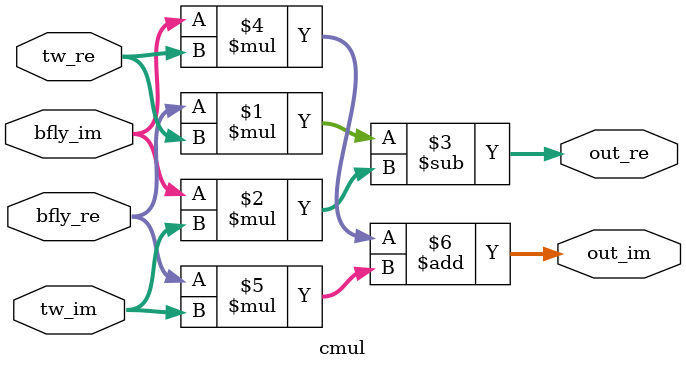
<source format=sv>
module cmul #(
    parameter BFLY = 10,
    parameter TW = 9,
    parameter WIDTH = BFLY + TW
)(
    input signed [BFLY-1:0] bfly_re,
    input signed [BFLY-1:0] bfly_im,
    input signed [TW-1:0] tw_re,
    input signed [TW-1:0] tw_im,
    output signed [WIDTH-1:0] out_re,
    output signed [WIDTH-1:0] out_im
);

    assign out_re = (bfly_re * tw_re) - (bfly_im * tw_im);
    assign out_im = (bfly_im * tw_re) + (bfly_re * tw_im);

endmodule
</source>
